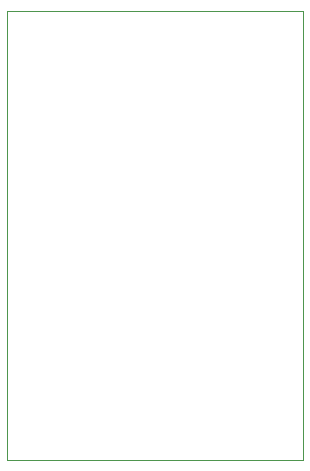
<source format=gbp>
G75*
%MOIN*%
%OFA0B0*%
%FSLAX25Y25*%
%IPPOS*%
%LPD*%
%AMOC8*
5,1,8,0,0,1.08239X$1,22.5*
%
%ADD10C,0.00000*%
D10*
X0037739Y0009674D02*
X0037739Y0159280D01*
X0136164Y0159280D01*
X0136164Y0009674D01*
X0037739Y0009674D01*
M02*

</source>
